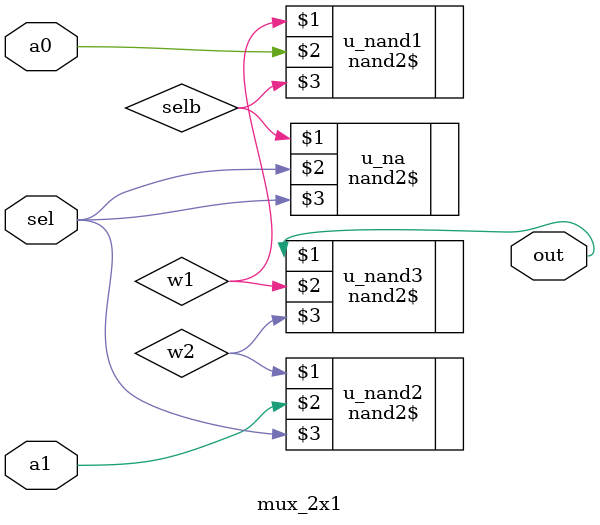
<source format=v>
module mux_2x1 (a0,a1,sel,out);
    input a0;
    input a1;
    input sel;
    output out;

	wire selb;
	wire w1,w2;

	nand2$ u_na(selb,sel,sel);

    nand2$ u_nand1(w1,a0,selb);
    nand2$ u_nand2(w2,a1,sel);
    nand2$ u_nand3(out,w1,w2);

endmodule

</source>
